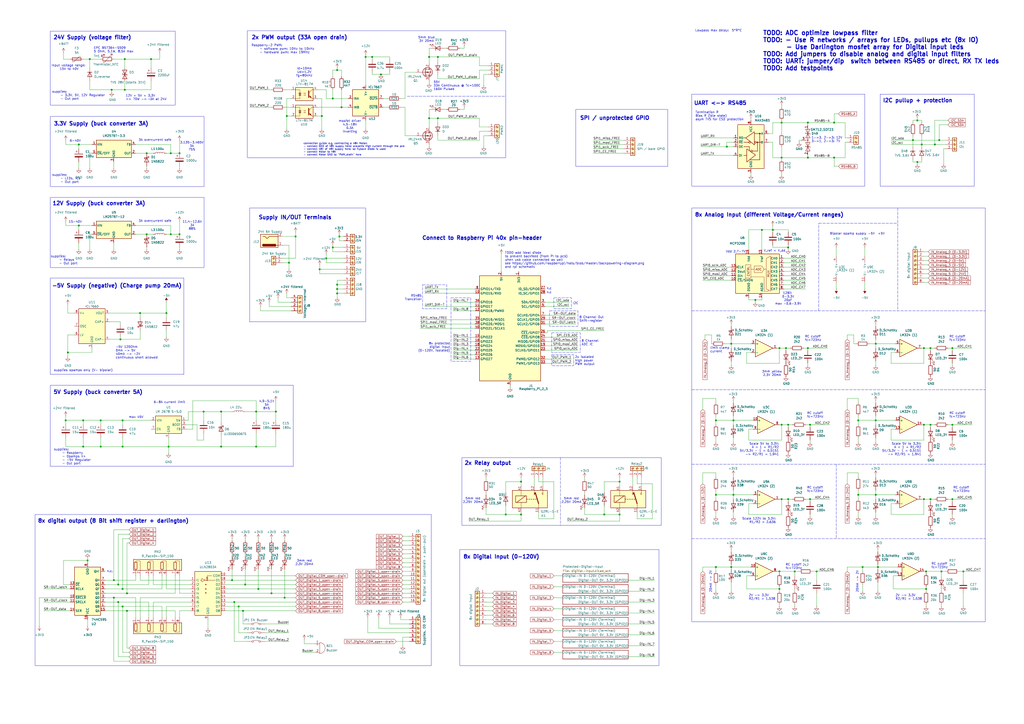
<source format=kicad_sch>
(kicad_sch
	(version 20231120)
	(generator "eeschema")
	(generator_version "8.0")
	(uuid "af4d11a6-73e1-4c39-a25e-5fe7dfa07237")
	(paper "A2")
	
	(junction
		(at 48.26 259.08)
		(diameter 0)
		(color 0 0 0 0)
		(uuid "04e54955-95ed-4070-adbb-7cee1b2c7a8b")
	)
	(junction
		(at 135.89 349.25)
		(diameter 0)
		(color 0 0 0 0)
		(uuid "05eca1c0-0042-44d8-82a8-b1f48175c33d")
	)
	(junction
		(at 483.87 91.44)
		(diameter 0)
		(color 0 0 0 0)
		(uuid "06f335d7-63de-4572-a20a-022b6c7f93c9")
	)
	(junction
		(at 542.29 83.82)
		(diameter 0)
		(color 0 0 0 0)
		(uuid "072c8fc6-89d0-4715-8ea4-dd9134761f17")
	)
	(junction
		(at 529.59 81.28)
		(diameter 0)
		(color 0 0 0 0)
		(uuid "07823899-5798-4592-8eff-8b1fe5858f30")
	)
	(junction
		(at 220.98 43.18)
		(diameter 0)
		(color 0 0 0 0)
		(uuid "0c7b1ae2-c684-4906-92c2-8dfa0b9613b9")
	)
	(junction
		(at 193.04 57.15)
		(diameter 0)
		(color 0 0 0 0)
		(uuid "0eedc99b-ff42-4961-8286-6066dee5c8fe")
	)
	(junction
		(at 455.93 201.93)
		(diameter 0)
		(color 0 0 0 0)
		(uuid "0fefb793-9883-40a2-bd83-f35b47e8dbdb")
	)
	(junction
		(at 66.04 336.55)
		(diameter 0)
		(color 0 0 0 0)
		(uuid "10026633-9ac7-4b72-aa53-10151f42da81")
	)
	(junction
		(at 71.12 243.84)
		(diameter 0)
		(color 0 0 0 0)
		(uuid "105d8991-ac05-4276-b194-5060bc474cf0")
	)
	(junction
		(at 424.18 328.93)
		(diameter 0)
		(color 0 0 0 0)
		(uuid "11161079-c1a9-4ebe-8de9-fa873f6e9640")
	)
	(junction
		(at 186.69 67.31)
		(diameter 0)
		(color 0 0 0 0)
		(uuid "11580b8b-6675-41d3-b33d-e1ed958eda93")
	)
	(junction
		(at 142.24 339.09)
		(diameter 0)
		(color 0 0 0 0)
		(uuid "11903fdd-3575-4409-96d6-35550cd46cfd")
	)
	(junction
		(at 195.58 40.64)
		(diameter 0)
		(color 0 0 0 0)
		(uuid "14ee932b-b4bf-415b-ab21-01e0b930417b")
	)
	(junction
		(at 39.37 204.47)
		(diameter 0)
		(color 0 0 0 0)
		(uuid "16107448-b037-4021-a9bb-1fb19d6f36c7")
	)
	(junction
		(at 468.63 71.12)
		(diameter 0)
		(color 0 0 0 0)
		(uuid "1827b75e-5515-4844-a399-117e6918fd73")
	)
	(junction
		(at 149.86 341.63)
		(diameter 0)
		(color 0 0 0 0)
		(uuid "1ab2b0ca-ba04-4500-a455-f6bec6b9245f")
	)
	(junction
		(at 532.13 93.98)
		(diameter 0)
		(color 0 0 0 0)
		(uuid "1c476741-4a7f-44e7-a84a-5b0fc50d1df8")
	)
	(junction
		(at 72.39 52.07)
		(diameter 0)
		(color 0 0 0 0)
		(uuid "1ca1e8b3-a925-433d-8b97-4bcdb1b98a40")
	)
	(junction
		(at 457.2 246.38)
		(diameter 0)
		(color 0 0 0 0)
		(uuid "209182a8-b4b9-40cd-b5b2-bd90b860e927")
	)
	(junction
		(at 461.01 331.47)
		(diameter 0)
		(color 0 0 0 0)
		(uuid "2108f88e-bd30-4e37-bd43-f81a6b0a951c")
	)
	(junction
		(at 302.26 279.4)
		(diameter 0)
		(color 0 0 0 0)
		(uuid "213f96fc-26d9-4cf1-83bd-f4336ef00b81")
	)
	(junction
		(at 350.52 298.45)
		(diameter 0)
		(color 0 0 0 0)
		(uuid "236f3f4e-76e9-4351-baf1-7665cdb427aa")
	)
	(junction
		(at 128.27 238.76)
		(diameter 0)
		(color 0 0 0 0)
		(uuid "28045595-b22a-4b06-9953-9f52298bbfc3")
	)
	(junction
		(at 425.45 287.02)
		(diameter 0)
		(color 0 0 0 0)
		(uuid "28934ae1-6d54-433a-8602-d8951919fe72")
	)
	(junction
		(at 248.92 33.02)
		(diameter 0)
		(color 0 0 0 0)
		(uuid "2a544a35-89e9-4403-a76e-deca404b0df4")
	)
	(junction
		(at 453.39 71.12)
		(diameter 0)
		(color 0 0 0 0)
		(uuid "2d47b40e-d23f-458b-8bda-f40f4a63d16c")
	)
	(junction
		(at 415.29 287.02)
		(diameter 0)
		(color 0 0 0 0)
		(uuid "2f3e2706-66a2-4ddc-84d7-d0f87e408bee")
	)
	(junction
		(at 52.07 34.29)
		(diameter 0)
		(color 0 0 0 0)
		(uuid "323916cf-5786-4346-bdcd-89c81cb32737")
	)
	(junction
		(at 171.45 137.16)
		(diameter 0)
		(color 0 0 0 0)
		(uuid "36c7ffc8-59d3-497b-8dce-a7b0d2f66aca")
	)
	(junction
		(at 185.42 156.21)
		(diameter 0)
		(color 0 0 0 0)
		(uuid "36d68065-ce7c-4d04-bfc0-73baed985380")
	)
	(junction
		(at 48.26 243.84)
		(diameter 0)
		(color 0 0 0 0)
		(uuid "383ef42e-22d7-43b3-89d3-2af42737728c")
	)
	(junction
		(at 535.94 246.38)
		(diameter 0)
		(color 0 0 0 0)
		(uuid "3ae78f7f-94a6-4485-a6b5-d7ce73e1abef")
	)
	(junction
		(at 50.8 325.12)
		(diameter 0)
		(color 0 0 0 0)
		(uuid "3c754c5e-b249-46c4-9d05-9f550316aca5")
	)
	(junction
		(at 415.29 328.93)
		(diameter 0)
		(color 0 0 0 0)
		(uuid "3e62f561-0d72-4e6a-934a-49655edcba7a")
	)
	(junction
		(at 196.85 137.16)
		(diameter 0)
		(color 0 0 0 0)
		(uuid "4165b357-897a-49f2-9ef7-d976d8e6b00f")
	)
	(junction
		(at 58.42 243.84)
		(diameter 0)
		(color 0 0 0 0)
		(uuid "422bc740-9691-4697-b466-286d91cb40aa")
	)
	(junction
		(at 448.31 133.35)
		(diameter 0)
		(color 0 0 0 0)
		(uuid "42f8f2a2-d4f1-4f85-a7f3-af76fd15f334")
	)
	(junction
		(at 81.28 181.61)
		(diameter 0)
		(color 0 0 0 0)
		(uuid "49b65474-3c4a-461b-8a68-40a6b20540ce")
	)
	(junction
		(at 535.94 201.93)
		(diameter 0)
		(color 0 0 0 0)
		(uuid "4c28afa4-cb18-4457-bfd3-5c53dabd8baa")
	)
	(junction
		(at 66.04 346.71)
		(diameter 0)
		(color 0 0 0 0)
		(uuid "4dd49bce-72c0-4885-aaa1-4fc2ceee5ed9")
	)
	(junction
		(at 438.15 173.99)
		(diameter 0)
		(color 0 0 0 0)
		(uuid "4e57230f-aabe-47d0-b863-f2adc3d1ffe4")
	)
	(junction
		(at 537.21 331.47)
		(diameter 0)
		(color 0 0 0 0)
		(uuid "51a2075d-152f-4706-892e-e33346bc5c7c")
	)
	(junction
		(at 469.9 289.56)
		(diameter 0)
		(color 0 0 0 0)
		(uuid "5350fbf4-d95b-437a-9686-20f0bf58d3a4")
	)
	(junction
		(at 534.67 83.82)
		(diameter 0)
		(color 0 0 0 0)
		(uuid "53d66afe-70cb-456e-9b1b-03e37a30427c")
	)
	(junction
		(at 535.94 289.56)
		(diameter 0)
		(color 0 0 0 0)
		(uuid "5453c15f-3da7-498f-b4d4-eefd4a32800e")
	)
	(junction
		(at 71.12 259.08)
		(diameter 0)
		(color 0 0 0 0)
		(uuid "548e2dfb-04f2-4d21-ab49-d803782e4bea")
	)
	(junction
		(at 165.1 346.71)
		(diameter 0)
		(color 0 0 0 0)
		(uuid "5728ee18-fcb1-40dc-a17f-8fbad76f4f48")
	)
	(junction
		(at 497.84 243.84)
		(diameter 0)
		(color 0 0 0 0)
		(uuid "57a339c8-b411-45ff-a169-a3416d23d890")
	)
	(junction
		(at 359.41 298.45)
		(diameter 0)
		(color 0 0 0 0)
		(uuid "58641e9a-dfea-4a17-a599-d3f20704b922")
	)
	(junction
		(at 104.14 135.89)
		(diameter 0)
		(color 0 0 0 0)
		(uuid "5b0eb3d4-c4be-4d9b-9e7b-ef02c7a05fa6")
	)
	(junction
		(at 552.45 246.38)
		(diameter 0)
		(color 0 0 0 0)
		(uuid "5fd46808-879e-44b8-af18-96d3e87ab16f")
	)
	(junction
		(at 104.14 88.9)
		(diameter 0)
		(color 0 0 0 0)
		(uuid "6030d6cb-547f-4627-bb7a-29b5d50e2d7c")
	)
	(junction
		(at 532.13 69.85)
		(diameter 0)
		(color 0 0 0 0)
		(uuid "60649139-4bdd-472e-9af5-360b27505cfe")
	)
	(junction
		(at 45.72 83.82)
		(diameter 0)
		(color 0 0 0 0)
		(uuid "61300700-7a6f-4cf0-89e3-de24251aaf76")
	)
	(junction
		(at 500.38 328.93)
		(diameter 0)
		(color 0 0 0 0)
		(uuid "628c5c50-25e2-4f91-8c48-b88818b7ae22")
	)
	(junction
		(at 508 243.84)
		(diameter 0)
		(color 0 0 0 0)
		(uuid "681b0c0c-503e-42b4-b413-9d8b61948eb7")
	)
	(junction
		(at 189.23 149.86)
		(diameter 0)
		(color 0 0 0 0)
		(uuid "6cf7d574-f4cc-4d2d-aaa4-333b42743989")
	)
	(junction
		(at 212.09 33.02)
		(diameter 0)
		(color 0 0 0 0)
		(uuid "6f8dae14-e5bb-4ed3-8136-992dd6b276bb")
	)
	(junction
		(at 441.96 133.35)
		(diameter 0)
		(color 0 0 0 0)
		(uuid "71c80c36-cea0-487c-bcb3-ac90e6cf6909")
	)
	(junction
		(at 99.06 135.89)
		(diameter 0)
		(color 0 0 0 0)
		(uuid "72aa6fa5-05f9-4fb4-9b06-f61f0b76719e")
	)
	(junction
		(at 497.84 287.02)
		(diameter 0)
		(color 0 0 0 0)
		(uuid "72cd6455-fb65-4b52-8421-80100f0ddc8f")
	)
	(junction
		(at 68.58 339.09)
		(diameter 0)
		(color 0 0 0 0)
		(uuid "751fb691-f4d4-4afb-8c99-237d44216e6a")
	)
	(junction
		(at 160.02 238.76)
		(diameter 0)
		(color 0 0 0 0)
		(uuid "75c001cd-17a9-469a-b125-e6fab77c80b6")
	)
	(junction
		(at 457.2 143.51)
		(diameter 0)
		(color 0 0 0 0)
		(uuid "7b6a19d9-d84c-4ace-9ad2-e52657e5669a")
	)
	(junction
		(at 96.52 181.61)
		(diameter 0)
		(color 0 0 0 0)
		(uuid "7e3134f9-4b48-4e64-b337-949ca5145048")
	)
	(junction
		(at 167.64 152.4)
		(diameter 0)
		(color 0 0 0 0)
		(uuid "7e34b571-ccc5-431c-9beb-4c51058dace2")
	)
	(junction
		(at 452.12 331.47)
		(diameter 0)
		(color 0 0 0 0)
		(uuid "7eee6ae0-e862-4cf5-a20a-077da3b5824a")
	)
	(junction
		(at 552.45 201.93)
		(diameter 0)
		(color 0 0 0 0)
		(uuid "85be4b5b-1dd3-4429-a51f-714f415e4cb3")
	)
	(junction
		(at 58.42 259.08)
		(diameter 0)
		(color 0 0 0 0)
		(uuid "8858408f-f194-4c4f-bd3d-5f79bdeb0f2d")
	)
	(junction
		(at 195.58 165.1)
		(diameter 0)
		(color 0 0 0 0)
		(uuid "88c2711e-5b03-40e9-b711-09a368eecd39")
	)
	(junction
		(at 148.59 259.08)
		(diameter 0)
		(color 0 0 0 0)
		(uuid "89ab178e-a455-4ee1-9c37-6616d82dbbfd")
	)
	(junction
		(at 99.06 88.9)
		(diameter 0)
		(color 0 0 0 0)
		(uuid "8a14436b-3658-4869-9928-b6970ddfd0dd")
	)
	(junction
		(at 425.45 243.84)
		(diameter 0)
		(color 0 0 0 0)
		(uuid "8c0d1323-aeaa-4fdf-940b-e96e8f624588")
	)
	(junction
		(at 508 287.02)
		(diameter 0)
		(color 0 0 0 0)
		(uuid "8c384515-970b-4a9b-9d25-34f7c7cf5a31")
	)
	(junction
		(at 215.9 33.02)
		(diameter 0)
		(color 0 0 0 0)
		(uuid "900094c6-ad82-42ce-b9e4-bbff1fbd4f7d")
	)
	(junction
		(at 157.48 344.17)
		(diameter 0)
		(color 0 0 0 0)
		(uuid "96561ec8-8fb0-4b54-8190-e8ea97ddc94c")
	)
	(junction
		(at 45.72 130.81)
		(diameter 0)
		(color 0 0 0 0)
		(uuid "9ce26f46-c13d-457f-b7ea-3cb9a3964209")
	)
	(junction
		(at 87.63 34.29)
		(diameter 0)
		(color 0 0 0 0)
		(uuid "9e5cf790-7802-46af-ab1e-37a6016aa652")
	)
	(junction
		(at 537.21 341.63)
		(diameter 0)
		(color 0 0 0 0)
		(uuid "9f9cd4a1-53b7-4b90-939d-1f42f0144daf")
	)
	(junction
		(at 71.12 341.63)
		(diameter 0)
		(color 0 0 0 0)
		(uuid "a02a0c35-7237-4690-930d-ae7d81a03d46")
	)
	(junction
		(at 148.59 238.76)
		(diameter 0)
		(color 0 0 0 0)
		(uuid "a1035066-f2bd-42c1-b35e-660253af95e6")
	)
	(junction
		(at 166.37 67.31)
		(diameter 0)
		(color 0 0 0 0)
		(uuid "a156600e-b17b-40ee-9338-2875dd6af119")
	)
	(junction
		(at 38.1 243.84)
		(diameter 0)
		(color 0 0 0 0)
		(uuid "a1588343-c251-454b-b53e-fff8eaaaa3ac")
	)
	(junction
		(at 421.64 85.09)
		(diameter 0)
		(color 0 0 0 0)
		(uuid "a3b0547d-f7ce-442b-817a-271db96a0661")
	)
	(junction
		(at 457.2 289.56)
		(diameter 0)
		(color 0 0 0 0)
		(uuid "a647ae42-673a-4b30-ba91-f5c0de2d1fb1")
	)
	(junction
		(at 415.29 243.84)
		(diameter 0)
		(color 0 0 0 0)
		(uuid "a8916f2a-3760-4408-a711-e8008e50a42d")
	)
	(junction
		(at 552.45 289.56)
		(diameter 0)
		(color 0 0 0 0)
		(uuid "a8b20a5e-2fbe-4704-8e22-2faf27846df8")
	)
	(junction
		(at 469.9 246.38)
		(diameter 0)
		(color 0 0 0 0)
		(uuid "aad29792-d123-4844-9da8-1df2be24a9d5")
	)
	(junction
		(at 509.27 328.93)
		(diameter 0)
		(color 0 0 0 0)
		(uuid "ab657e53-e46e-4daf-86ec-72046f57a401")
	)
	(junction
		(at 293.37 298.45)
		(diameter 0)
		(color 0 0 0 0)
		(uuid "ac1970be-fc9a-493a-b832-4f526b5d8a6f")
	)
	(junction
		(at 544.83 81.28)
		(diameter 0)
		(color 0 0 0 0)
		(uuid "ac4ac232-9a0f-4efe-bd40-aa7c1fcbaeed")
	)
	(junction
		(at 64.77 52.07)
		(diameter 0)
		(color 0 0 0 0)
		(uuid "aec62089-2d46-4a73-8fe2-9440797f680d")
	)
	(junction
		(at 193.04 143.51)
		(diameter 0)
		(color 0 0 0 0)
		(uuid "afe0a47e-780f-4d3f-922b-cf183727c03c")
	)
	(junction
		(at 140.97 354.33)
		(diameter 0)
		(color 0 0 0 0)
		(uuid "b03b65c9-d63a-4b4e-b4bc-bfd5bb85047b")
	)
	(junction
		(at 128.27 259.08)
		(diameter 0)
		(color 0 0 0 0)
		(uuid "b129a554-6918-436f-b908-937c28939470")
	)
	(junction
		(at 195.58 167.64)
		(diameter 0)
		(color 0 0 0 0)
		(uuid "b2e8f750-2b92-45ce-8a68-634998755450")
	)
	(junction
		(at 85.09 135.89)
		(diameter 0)
		(color 0 0 0 0)
		(uuid "b75be159-2e10-4f46-b206-2354b78b9157")
	)
	(junction
		(at 483.87 71.12)
		(diameter 0)
		(color 0 0 0 0)
		(uuid "b75f83a7-ff43-422c-8aef-b23c65dc9f58")
	)
	(junction
		(at 452.12 341.63)
		(diameter 0)
		(color 0 0 0 0)
		(uuid "bc0e8895-a168-4b32-a3ae-032222041331")
	)
	(junction
		(at 85.09 88.9)
		(diameter 0)
		(color 0 0 0 0)
		(uuid "bcb07714-ac5e-4281-b3c3-552386782e56")
	)
	(junction
		(at 359.41 279.4)
		(diameter 0)
		(color 0 0 0 0)
		(uuid "c25e2208-2d4a-4a5d-b1b6-520bc7405c20")
	)
	(junction
		(at 71.12 351.79)
		(diameter 0)
		(color 0 0 0 0)
		(uuid "c2a7d60c-8406-4629-9f9f-20facc991908")
	)
	(junction
		(at 248.92 68.58)
		(diameter 0)
		(color 0 0 0 0)
		(uuid "c583ebaa-dbb1-42bf-9503-cd46d9d9c934")
	)
	(junction
		(at 424.18 199.39)
		(diameter 0)
		(color 0 0 0 0)
		(uuid "c5e0eb5b-7c3b-45d6-94c4-c8f1aeb4edda")
	)
	(junction
		(at 558.8 331.47)
		(diameter 0)
		(color 0 0 0 0)
		(uuid "c6fd9455-a40f-495c-b522-dad68ccccb40")
	)
	(junction
		(at 68.58 349.25)
		(diameter 0)
		(color 0 0 0 0)
		(uuid "c7252f51-5593-44ea-9ef0-15644cb2b836")
	)
	(junction
		(at 468.63 201.93)
		(diameter 0)
		(color 0 0 0 0)
		(uuid "c9a1a788-271b-4313-91ac-1eb41a1be2d1")
	)
	(junction
		(at 73.66 344.17)
		(diameter 0)
		(color 0 0 0 0)
		(uuid "ca97fd06-a20b-4255-9402-c6f0775648c9")
	)
	(junction
		(at 539.75 289.56)
		(diameter 0)
		(color 0 0 0 0)
		(uuid "cce9ddbf-6d0b-4bc9-aa3e-08b573ecddaa")
	)
	(junction
		(at 539.75 246.38)
		(diameter 0)
		(color 0 0 0 0)
		(uuid "cef5d492-924d-4b16-915e-16292a4ec979")
	)
	(junction
		(at 546.1 331.47)
		(diameter 0)
		(color 0 0 0 0)
		(uuid "d3002e4b-d3e1-40cc-9b8a-5d2c7334c6dd")
	)
	(junction
		(at 539.75 201.93)
		(diameter 0)
		(color 0 0 0 0)
		(uuid "d5958f52-db39-4d96-9f5c-46cc0e0a9c13")
	)
	(junction
		(at 468.63 91.44)
		(diameter 0)
		(color 0 0 0 0)
		(uuid "d5f0980c-b894-41c8-ad9a-99d84da95533")
	)
	(junction
		(at 254 68.58)
		(diameter 0)
		(color 0 0 0 0)
		(uuid "d7f6abff-a394-48b0-8295-d13e407a04cb")
	)
	(junction
		(at 72.39 34.29)
		(diameter 0)
		(color 0 0 0 0)
		(uuid "d8f092e7-91d1-49cd-8b38-bfbac74525e6")
	)
	(junction
		(at 473.71 331.47)
		(diameter 0)
		(color 0 0 0 0)
		(uuid "dd672ca4-9aed-4510-a18a-eaf4c4b1b5b2")
	)
	(junction
		(at 508 199.39)
		(diameter 0)
		(color 0 0 0 0)
		(uuid "dd99b0be-8d82-412c-a9e5-745f68c0f208")
	)
	(junction
		(at 453.39 246.38)
		(diameter 0)
		(color 0 0 0 0)
		(uuid "e06e2f01-d838-48f6-8efa-7e05b926ca29")
	)
	(junction
		(at 302.26 298.45)
		(diameter 0)
		(color 0 0 0 0)
		(uuid "e0fcc60c-adef-4503-b67d-31eec596d694")
	)
	(junction
		(at 198.12 62.23)
		(diameter 0)
		(color 0 0 0 0)
		(uuid "e5b099e1-f557-4448-b3d0-b283fc211558")
	)
	(junction
		(at 134.62 336.55)
		(diameter 0)
		(color 0 0 0 0)
		(uuid "e5bd5461-5bb2-4b08-87c8-6e463ef8db0a")
	)
	(junction
		(at 118.11 238.76)
		(diameter 0)
		(color 0 0 0 0)
		(uuid "e70a65f8-f7a2-47ed-978c-48ab0ab55eb7")
	)
	(junction
		(at 254 33.02)
		(diameter 0)
		(color 0 0 0 0)
		(uuid "e8615103-e90c-4f75-b440-b8fad443ff1e")
	)
	(junction
		(at 69.85 196.85)
		(diameter 0)
		(color 0 0 0 0)
		(uuid "eac55c9c-6217-4313-8428-a310d44dd53f")
	)
	(junction
		(at 453.39 91.44)
		(diameter 0)
		(color 0 0 0 0)
		(uuid "ed02a82a-9a4c-446b-b18a-c2e77fed11fa")
	)
	(junction
		(at 453.39 289.56)
		(diameter 0)
		(color 0 0 0 0)
		(uuid "ef6c709f-f6a8-4332-b336-2fc745163133")
	)
	(junction
		(at 97.79 259.08)
		(diameter 0)
		(color 0 0 0 0)
		(uuid "f74be3ca-6702-47ef-b237-4f888ce46f38")
	)
	(junction
		(at 195.58 170.18)
		(diameter 0)
		(color 0 0 0 0)
		(uuid "f7f75933-16ea-47d7-b287-2e617fa65d71")
	)
	(junction
		(at 138.43 351.79)
		(diameter 0)
		(color 0 0 0 0)
		(uuid "fae7fc45-5150-4de6-9de8-a36ec31aa312")
	)
	(junction
		(at 452.12 201.93)
		(diameter 0)
		(color 0 0 0 0)
		(uuid "fbce1fdb-db5b-4f19-bbb5-0a9c27bcbc89")
	)
	(junction
		(at 73.66 354.33)
		(diameter 0)
		(color 0 0 0 0)
		(uuid "fcfc1728-3653-4623-b7b5-a4e4cd6811ba")
	)
	(wire
		(pts
			(xy 457.2 142.24) (xy 457.2 143.51)
		)
		(stroke
			(width 0)
			(type default)
		)
		(uuid "0054231e-6c1c-4b62-a261-da803b448710")
	)
	(wire
		(pts
			(xy 199.39 152.4) (xy 189.23 152.4)
		)
		(stroke
			(width 0)
			(type default)
		)
		(uuid "00545783-b683-4c25-a5a8-313c6c100a89")
	)
	(wire
		(pts
			(xy 233.68 323.85) (xy 237.49 323.85)
		)
		(stroke
			(width 0)
			(type default)
		)
		(uuid "00818073-0ff6-4df9-84ad-d009831f149e")
	)
	(wire
		(pts
			(xy 157.48 330.2) (xy 157.48 344.17)
		)
		(stroke
			(width 0)
			(type default)
		)
		(uuid "008afce7-2f89-4bee-bec1-74412a14f6ad")
	)
	(wire
		(pts
			(xy 184.15 62.23) (xy 198.12 62.23)
		)
		(stroke
			(width 0)
			(type default)
		)
		(uuid "00912cef-7458-4250-9601-851325c17234")
	)
	(wire
		(pts
			(xy 184.15 52.07) (xy 189.23 52.07)
		)
		(stroke
			(width 0)
			(type default)
		)
		(uuid "00e44004-c513-4de5-a722-c1ec9c261caa")
	)
	(wire
		(pts
			(xy 415.29 339.09) (xy 415.29 342.9)
		)
		(stroke
			(width 0)
			(type default)
		)
		(uuid "00ef2f56-37bd-4ed0-aeb9-aa019bd24e2f")
	)
	(wire
		(pts
			(xy 138.43 367.03) (xy 138.43 351.79)
		)
		(stroke
			(width 0)
			(type default)
		)
		(uuid "00fdba94-28e0-4b7e-a3f6-8468a273182f")
	)
	(wire
		(pts
			(xy 469.9 246.38) (xy 469.9 247.65)
		)
		(stroke
			(width 0)
			(type default)
		)
		(uuid "01a5f7f5-381b-4726-8886-b420b25ccedd")
	)
	(wire
		(pts
			(xy 130.81 349.25) (xy 135.89 349.25)
		)
		(stroke
			(width 0)
			(type default)
		)
		(uuid "01f70877-5d35-4473-8154-b32633fb4439")
	)
	(wire
		(pts
			(xy 212.09 33.02) (xy 215.9 33.02)
		)
		(stroke
			(width 0)
			(type default)
		)
		(uuid "02432959-10b0-4f2a-af2d-7311d5fec00d")
	)
	(wire
		(pts
			(xy 364.49 381) (xy 379.73 381)
		)
		(stroke
			(width 0)
			(type default)
		)
		(uuid "02ad12e9-171b-44af-b8d5-404ce7de4145")
	)
	(wire
		(pts
			(xy 50.8 326.39) (xy 50.8 325.12)
		)
		(stroke
			(width 0)
			(type default)
		)
		(uuid "02caf3da-4dfe-464a-bed0-55c975aa32ca")
	)
	(wire
		(pts
			(xy 262.89 195.58) (xy 275.59 195.58)
		)
		(stroke
			(width 0)
			(type default)
		)
		(uuid "02f927d2-46f0-4067-bb2c-7b5ed625f8eb")
	)
	(wire
		(pts
			(xy 163.83 149.86) (xy 171.45 149.86)
		)
		(stroke
			(width 0)
			(type default)
		)
		(uuid "02fbffc1-1a80-4729-b02b-5df049ccd742")
	)
	(wire
		(pts
			(xy 278.13 73.66) (xy 278.13 68.58)
		)
		(stroke
			(width 0)
			(type default)
		)
		(uuid "030da04f-bb6a-49d5-a07a-b1ac13ef0d2c")
	)
	(wire
		(pts
			(xy 149.86 330.2) (xy 149.86 341.63)
		)
		(stroke
			(width 0)
			(type default)
		)
		(uuid "041815f2-6a56-4b6a-bb9d-9c928a900a5c")
	)
	(wire
		(pts
			(xy 453.39 246.38) (xy 457.2 246.38)
		)
		(stroke
			(width 0)
			(type default)
		)
		(uuid "04304b2e-0c68-4a14-bbe0-0e23cac30e94")
	)
	(wire
		(pts
			(xy 529.59 71.12) (xy 529.59 69.85)
		)
		(stroke
			(width 0)
			(type default)
		)
		(uuid "0445f1c5-cbd7-41f2-81d5-6122602375c6")
	)
	(polyline
		(pts
			(xy 236.22 55.88) (xy 293.37 55.88)
		)
		(stroke
			(width 0)
			(type dash)
		)
		(uuid "0562829c-78ed-418e-bf83-3ad41711062d")
	)
	(wire
		(pts
			(xy 128.27 252.73) (xy 128.27 259.08)
		)
		(stroke
			(width 0)
			(type default)
		)
		(uuid "056eeaf6-cef0-4a15-9aa0-a138145aa6e3")
	)
	(wire
		(pts
			(xy 321.31 279.4) (xy 321.31 300.99)
		)
		(stroke
			(width 0)
			(type default)
		)
		(uuid "05769be8-6486-49a6-96aa-282d535c7d39")
	)
	(wire
		(pts
			(xy 434.34 144.78) (xy 434.34 133.35)
		)
		(stroke
			(width 0)
			(type default)
		)
		(uuid "05c7cccb-cca5-4623-97c8-040d9b4df307")
	)
	(wire
		(pts
			(xy 66.04 336.55) (xy 78.74 336.55)
		)
		(stroke
			(width 0)
			(type default)
		)
		(uuid "060a1e46-185f-46d5-bb25-4b502bfab042")
	)
	(wire
		(pts
			(xy 45.72 83.82) (xy 53.34 83.82)
		)
		(stroke
			(width 0)
			(type default)
		)
		(uuid "062e080a-8aeb-47cc-970e-09456cd360cd")
	)
	(wire
		(pts
			(xy 135.89 349.25) (xy 171.45 349.25)
		)
		(stroke
			(width 0)
			(type default)
		)
		(uuid "0659393b-3309-4473-b9a3-0b8d8e6240c7")
	)
	(wire
		(pts
			(xy 454.66 149.86) (xy 467.36 149.86)
		)
		(stroke
			(width 0)
			(type default)
		)
		(uuid "068083fa-fce7-43b5-8463-4f98840e7a26")
	)
	(wire
		(pts
			(xy 93.98 341.63) (xy 93.98 334.01)
		)
		(stroke
			(width 0)
			(type default)
		)
		(uuid "0682b7ac-d716-40a5-af74-9d38bd3e4468")
	)
	(wire
		(pts
			(xy 321.31 300.99) (xy 312.42 300.99)
		)
		(stroke
			(width 0)
			(type default)
		)
		(uuid "06a1b25e-5913-4cbd-a6dc-df54f02c3062")
	)
	(wire
		(pts
			(xy 316.23 182.88) (xy 334.01 182.88)
		)
		(stroke
			(width 0)
			(type default)
		)
		(uuid "06d6f191-9971-474b-b097-e0a1a133101e")
	)
	(wire
		(pts
			(xy 74.93 309.88) (xy 68.58 309.88)
		)
		(stroke
			(width 0)
			(type default)
		)
		(uuid "0768423a-ac1c-4f99-9532-7ef87789f549")
	)
	(wire
		(pts
			(xy 81.28 191.77) (xy 81.28 196.85)
		)
		(stroke
			(width 0)
			(type default)
		)
		(uuid "07802d6c-0405-4611-8498-2921642973c9")
	)
	(wire
		(pts
			(xy 457.2 289.56) (xy 459.74 289.56)
		)
		(stroke
			(width 0)
			(type default)
		)
		(uuid "08d4afc6-7a52-4c48-90ea-de03339f3fec")
	)
	(wire
		(pts
			(xy 434.34 292.1) (xy 434.34 298.45)
		)
		(stroke
			(width 0)
			(type default)
		)
		(uuid "08da2754-5954-4cc6-88b7-c43418808a5f")
	)
	(wire
		(pts
			(xy 233.68 331.47) (xy 237.49 331.47)
		)
		(stroke
			(width 0)
			(type default)
		)
		(uuid "09105bff-0442-453e-b260-c98527da345d")
	)
	(wire
		(pts
			(xy 69.85 196.85) (xy 63.5 196.85)
		)
		(stroke
			(width 0)
			(type default)
		)
		(uuid "09231105-ced3-4313-bf61-0ff5f84aa1d1")
	)
	(wire
		(pts
			(xy 454.66 152.4) (xy 467.36 152.4)
		)
		(stroke
			(width 0)
			(type default)
		)
		(uuid "0932f8bf-1781-41f0-8075-3b7e84ddb5c7")
	)
	(polyline
		(pts
			(xy 401.32 312.42) (xy 571.5 312.42)
		)
		(stroke
			(width 0)
			(type dash)
		)
		(uuid "094d5652-c661-4611-aef7-df74f3da51b8")
	)
	(wire
		(pts
			(xy 52.07 97.79) (xy 52.07 88.9)
		)
		(stroke
			(width 0)
			(type default)
		)
		(uuid "096d85b4-5d51-44af-82ba-979fa750f17a")
	)
	(wire
		(pts
			(xy 186.69 67.31) (xy 186.69 57.15)
		)
		(stroke
			(width 0)
			(type default)
		)
		(uuid "09c9e21f-8206-47ae-a9c8-c044bfbcae4a")
	)
	(wire
		(pts
			(xy 497.84 284.48) (xy 497.84 287.02)
		)
		(stroke
			(width 0)
			(type default)
		)
		(uuid "09d9a41a-af3c-4a91-ad4d-2c3b79cf9ec7")
	)
	(wire
		(pts
			(xy 50.8 363.22) (xy 50.8 359.41)
		)
		(stroke
			(width 0)
			(type default)
		)
		(uuid "0a051774-4cbb-4b66-bf37-8910fac947bb")
	)
	(wire
		(pts
			(xy 539.75 246.38) (xy 539.75 247.65)
		)
		(stroke
			(width 0)
			(type default)
		)
		(uuid "0a19eb4a-b45c-478b-9d63-c374df4a79a0")
	)
	(wire
		(pts
			(xy 81.28 181.61) (xy 96.52 181.61)
		)
		(stroke
			(width 0)
			(type default)
		)
		(uuid "0a9bbdf8-1908-4d8c-8217-07db364293b0")
	)
	(wire
		(pts
			(xy 60.96 354.33) (xy 73.66 354.33)
		)
		(stroke
			(width 0)
			(type default)
		)
		(uuid "0aa33d96-2e44-4442-b63d-f8ede3d506ac")
	)
	(wire
		(pts
			(xy 415.29 274.32) (xy 415.29 276.86)
		)
		(stroke
			(width 0)
			(type default)
		)
		(uuid "0b798a4e-ae38-46ca-9967-253a2656e0f1")
	)
	(wire
		(pts
			(xy 68.58 381) (xy 68.58 349.25)
		)
		(stroke
			(width 0)
			(type default)
		)
		(uuid "0d64bcbd-9b4c-4f6e-98d3-beab5b2606b6")
	)
	(wire
		(pts
			(xy 88.9 339.09) (xy 110.49 339.09)
		)
		(stroke
			(width 0)
			(type default)
		)
		(uuid "0e92e4be-38e2-45e5-939b-f91def45932d")
	)
	(wire
		(pts
			(xy 497.84 243.84) (xy 497.84 246.38)
		)
		(stroke
			(width 0)
			(type default)
		)
		(uuid "0f4644b6-fa54-41ce-a769-bba1ac182829")
	)
	(wire
		(pts
			(xy 435.61 68.58) (xy 435.61 69.85)
		)
		(stroke
			(width 0)
			(type default)
		)
		(uuid "0fdad08b-4b60-4f92-976c-2a5e922013e0")
	)
	(wire
		(pts
			(xy 148.59 238.76) (xy 148.59 243.84)
		)
		(stroke
			(width 0)
			(type default)
		)
		(uuid "10545d38-a86d-4f4b-9d61-a90e5b83a28b")
	)
	(wire
		(pts
			(xy 138.43 351.79) (xy 171.45 351.79)
		)
		(stroke
			(width 0)
			(type default)
		)
		(uuid "105e6ead-c219-4b9a-9c48-5f4c927466e0")
	)
	(wire
		(pts
			(xy 491.49 274.32) (xy 497.84 274.32)
		)
		(stroke
			(width 0)
			(type default)
		)
		(uuid "10a6a44e-d783-4ce2-86b8-20bd8032d780")
	)
	(wire
		(pts
			(xy 262.89 203.2) (xy 275.59 203.2)
		)
		(stroke
			(width 0)
			(type default)
		)
		(uuid "10a757e5-89b9-4989-b591-35fa1e44e30a")
	)
	(wire
		(pts
			(xy 535.94 255.27) (xy 535.94 246.38)
		)
		(stroke
			(width 0)
			(type default)
		)
		(uuid "1103b789-e8a0-437b-b861-57f3bb0fe1fd")
	)
	(wire
		(pts
			(xy 148.59 238.76) (xy 160.02 238.76)
		)
		(stroke
			(width 0)
			(type default)
		)
		(uuid "11050421-263c-408e-9ff9-8d4704e38685")
	)
	(wire
		(pts
			(xy 508 209.55) (xy 508 212.09)
		)
		(stroke
			(width 0)
			(type default)
		)
		(uuid "110938bc-7e57-48c8-9cf6-d617786f4017")
	)
	(wire
		(pts
			(xy 316.23 185.42) (xy 334.01 185.42)
		)
		(stroke
			(width 0)
			(type default)
		)
		(uuid "119c66a0-9194-4112-8a35-c7ab420db9e3")
	)
	(wire
		(pts
			(xy 254 68.58) (xy 254 71.12)
		)
		(stroke
			(width 0)
			(type default)
		)
		(uuid "11c359c3-26fe-4117-8dcc-0f087608c0a4")
	)
	(wire
		(pts
			(xy 529.59 93.98) (xy 532.13 93.98)
		)
		(stroke
			(width 0)
			(type default)
		)
		(uuid "120cdc1a-687e-4eba-afd7-f1b2efe76e94")
	)
	(wire
		(pts
			(xy 285.75 359.41) (xy 281.94 359.41)
		)
		(stroke
			(width 0)
			(type default)
		)
		(uuid "1238accc-b1f4-495d-9555-1773ffdde48b")
	)
	(wire
		(pts
			(xy 407.67 231.14) (xy 415.29 231.14)
		)
		(stroke
			(width 0)
			(type default)
		)
		(uuid "1257bc49-635e-40d2-adbc-efdb0b93d729")
	)
	(wire
		(pts
			(xy 104.14 143.51) (xy 104.14 144.78)
		)
		(stroke
			(width 0)
			(type default)
		)
		(uuid "125a7d11-0e70-4fc2-ad30-a60c78e9f5a4")
	)
	(wire
		(pts
			(xy 199.39 156.21) (xy 185.42 156.21)
		)
		(stroke
			(width 0)
			(type default)
		)
		(uuid "1277afae-9962-4396-93da-5f8be530e087")
	)
	(wire
		(pts
			(xy 25.4 354.33) (xy 40.64 354.33)
		)
		(stroke
			(width 0)
			(type default)
		)
		(uuid "12a983d3-1186-4ca8-a60c-5c45001d78ec")
	)
	(wire
		(pts
			(xy 421.64 82.55) (xy 425.45 82.55)
		)
		(stroke
			(width 0)
			(type default)
		)
		(uuid "12d77e0a-5dcd-4dd0-8d7e-2bd92b3f4f23")
	)
	(wire
		(pts
			(xy 285.75 344.17) (xy 281.94 344.17)
		)
		(stroke
			(width 0)
			(type default)
		)
		(uuid "131e9cc7-fe99-45a7-b73f-6d1a85fbc334")
	)
	(wire
		(pts
			(xy 144.78 52.07) (xy 157.48 52.07)
		)
		(stroke
			(width 0)
			(type default)
		)
		(uuid "13498381-d22d-4321-8dae-bb4e3470f921")
	)
	(wire
		(pts
			(xy 534.67 93.98) (xy 534.67 92.71)
		)
		(stroke
			(width 0)
			(type default)
		)
		(uuid "135d3430-334d-4aef-a7e9-ae49e108ebcb")
	)
	(wire
		(pts
			(xy 160.02 251.46) (xy 160.02 259.08)
		)
		(stroke
			(width 0)
			(type default)
		)
		(uuid "137c88a4-e84c-4de9-8e08-42b4620e394d")
	)
	(wire
		(pts
			(xy 52.07 34.29) (xy 52.07 39.37)
		)
		(stroke
			(width 0)
			(type default)
		)
		(uuid "147be2c8-821e-4c84-a2e1-06b7f4973251")
	)
	(wire
		(pts
			(xy 448.31 143.51) (xy 457.2 143.51)
		)
		(stroke
			(width 0)
			(type default)
		)
		(uuid "14e2a1f5-5ec8-44d4-8c05-ee4cab2bd0fb")
	)
	(wire
		(pts
			(xy 535.94 158.75) (xy 538.48 158.75)
		)
		(stroke
			(width 0)
			(type default)
		)
		(uuid "14f8bc70-e152-47b8-b5b7-589734aa4ea8")
	)
	(wire
		(pts
			(xy 539.75 201.93) (xy 542.29 201.93)
		)
		(stroke
			(width 0)
			(type default)
		)
		(uuid "15621219-290f-410b-a757-cdd9d2345727")
	)
	(wire
		(pts
			(xy 452.12 331.47) (xy 452.12 332.74)
		)
		(stroke
			(width 0)
			(type default)
		)
		(uuid "1650821f-6f72-4ef4-81aa-36ef4033d5a7")
	)
	(wire
		(pts
			(xy 157.48 312.42) (xy 157.48 313.69)
		)
		(stroke
			(width 0)
			(type default)
		)
		(uuid "17126ad0-a1ca-48f1-8760-53792368c4a8")
	)
	(wire
		(pts
			(xy 96.52 334.01) (xy 96.52 341.63)
		)
		(stroke
			(width 0)
			(type default)
		)
		(uuid "17133fa4-9e22-455f-99d1-e5ad0e844480")
	)
	(wire
		(pts
			(xy 96.52 341.63) (xy 110.49 341.63)
		)
		(stroke
			(width 0)
			(type default)
		)
		(uuid "17b72f9a-c181-4330-a138-b94bb453fd18")
	)
	(wire
		(pts
			(xy 452.12 210.82) (xy 452.12 201.93)
		)
		(stroke
			(width 0)
			(type default)
		)
		(uuid "17bbe78c-8ffb-4b23-9f87-29b2d98865bc")
	)
	(wire
		(pts
			(xy 262.89 180.34) (xy 275.59 180.34)
		)
		(stroke
			(width 0)
			(type default)
		)
		(uuid "18bd5913-41be-4769-8641-d6823b668dd5")
	)
	(wire
		(pts
			(xy 215.9 34.29) (xy 215.9 33.02)
		)
		(stroke
			(width 0)
			(type default)
		)
		(uuid "18dc0aef-b3db-4808-8839-8af1912155b4")
	)
	(wire
		(pts
			(xy 233.68 369.57) (xy 237.49 369.57)
		)
		(stroke
			(width 0)
			(type default)
		)
		(uuid "1995e748-4771-480d-8d31-bf8f590a5fd4")
	)
	(wire
		(pts
			(xy 281.94 294.64) (xy 281.94 298.45)
		)
		(stroke
			(width 0)
			(type default)
		)
		(uuid "1a9b8154-dfe5-48da-9674-520ef25d19f9")
	)
	(wire
		(pts
			(xy 436.88 248.92) (xy 434.34 248.92)
		)
		(stroke
			(width 0)
			(type default)
		)
		(uuid "1a9d8fbd-579f-424a-9e77-5087a207aaee")
	)
	(wire
		(pts
			(xy 452.12 246.38) (xy 453.39 246.38)
		)
		(stroke
			(width 0)
			(type default)
		)
		(uuid "1aa8f332-c29d-4eb2-9746-0ba21528bbb1")
	)
	(wire
		(pts
			(xy 425.45 287.02) (xy 425.45 289.56)
		)
		(stroke
			(width 0)
			(type default)
		)
		(uuid "1ab50263-9f5c-45b0-a434-9b22b0ecc0b3")
	)
	(wire
		(pts
			(xy 226.06
... [548603 chars truncated]
</source>
